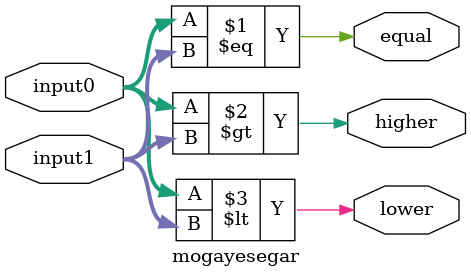
<source format=v>
module mogayesegar (input0 ,input1 , equal , higher ,lower );

input wire [7:0] input0 , input1 ; 
output wire equal , higher , lower;

assign equal = (input0 == input1) ;
assign higher = (input0 >input1 ) ; 
assign lower = (input0 <input1 );

endmodule 

</source>
